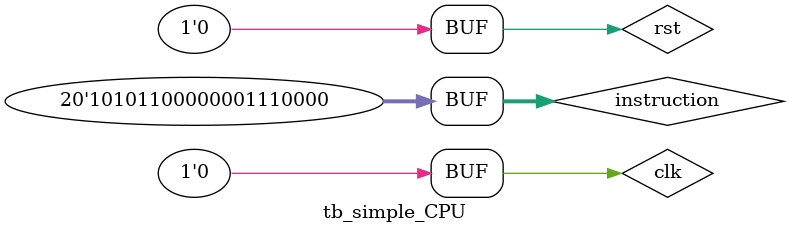
<source format=v>

`include "RegMem_tb.v"
`timescale 1ns / 1ps
 
module tb_simple_CPU;
       
    parameter DATA_WIDTH = 8; //8 bit wide data
    parameter ADDR_BITS = 5; //32 Addresses
    parameter INSTR_WIDTH =20; //20b instruction
   
    reg clk, rst;
    reg [INSTR_WIDTH-1:0] instruction;

    
    simple_cpu  #(DATA_WIDTH,ADDR_BITS,INSTR_WIDTH) SCPU_DUT(clk, rst, instruction);
    
    initial begin
        clk = 1'b1;
        rst = 1'b1;
        instruction = 20'd0;
        repeat(3) #1 clk=!clk;
        rst = 1'b0;
        repeat(2) #1 clk=!clk;
                
        $dumpfile("dump.vcd");
        $dumpvars();
        /*Info on the simple CPU:
            * Reset sets regfile = [0,1,2,3]
            * ADD = opcode 0, SUB = opcode 1  
        */
            
                                        //ADD:    reg0  = reg1 + reg3   //1+3=4
        //In the instruction this is:    (instr)  (X1)    (X2)   (X3)  
        instruction = 20'b01000111000000000000;
        repeat(8) #1 clk=!clk; //4 rising edges
        
                                        //ADD:    reg1  = reg0 + reg3   //4+3=7
        //In the instruction this is:    (instr)  (X1)    (X2)   (X3)
        instruction = 20'b01010011000000000000;
        repeat(6) #1 clk=!clk; 
                
                                         //SUB:   reg3  = reg0 - reg2  //4-2=2  
       //In the instruction this is:    (instr)  (X1)    (X2)   (X3) 
        instruction = 20'b01110010000000000001;
        repeat(6) #1 clk=!clk;
        
                                         //STORE_R:   DATA_MEM(reg2 + 15) = reg1  //DATA_MEM(2+15)=7  
        //In the instruction this is:    (instr)               (X2)         (X1)
        instruction = 20'b11011000000011110000;
        repeat(6) #1 clk=!clk;
        
                                           //STORE_R:   DATA_MEM(reg3 + 22) = reg0  //DATA_MEM(2+22)= 4  
        //In the instruction this is:    (instr)                 (X2)         (X1)
        instruction = 20'b11001100000101100000;
        repeat(6) #1 clk=!clk;

                                           //LOAD_R:   DATA_MEM(reg2 + 15) = reg3  //reg3 = DATA_MEM(2+15)  -> reg3 becomes 7  
        //In the instruction this is: (instr)                (X2)         (X1)
        instruction = 20'b10111000000011110000;
        repeat(7) #1 clk=!clk;
                                       //LOAD_R:   DATA_MEM(reg3 + 7) = reg2  //reg2 = DATA_MEM(7+7)
        //In the instruction this is:    (instr)                (X2)         (X1)
        instruction = 20'b10101100000001110000;
        repeat(7) #1 clk=!clk;
        
    end
    
    
endmodule
</source>
